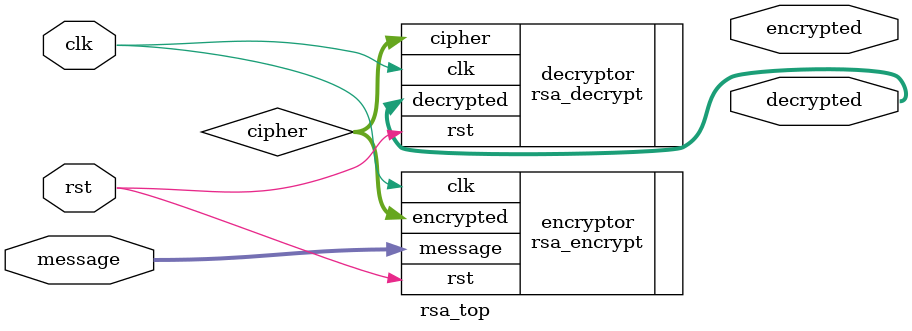
<source format=v>
`timescale 1ns / 1ps
module rsa_top(
    input clk,
    input rst,
    input [7:0] message,   // 8-bit message (M < n)
    output [7:0] encrypted,
    output [7:0] decrypted
);
    wire [7:0] cipher;

    rsa_encrypt encryptor (
        .clk(clk),
        .rst(rst),
        .message(message),
        .encrypted(cipher)
    );

    rsa_decrypt decryptor (
        .clk(clk),
        .rst(rst),
        .cipher(cipher),
        .decrypted(decrypted)
    );
	 
	 // assign encrypted = cipher; // optional

endmodule

</source>
